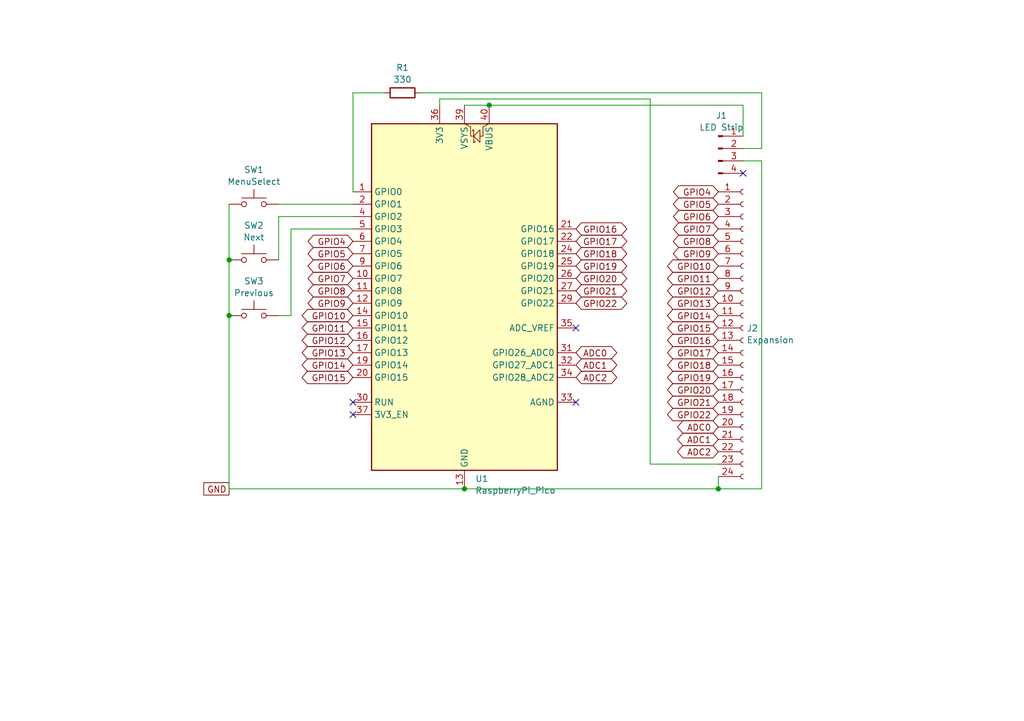
<source format=kicad_sch>
(kicad_sch (version 20230121) (generator eeschema)
  (paper "A5")
  (title_block (title "LED array controller") (date "2023-11-27") (rev "1"))
  (lib_symbols
    (symbol "Connector:Conn_01x04_Pin" (pin_names (offset 1.016) hide)
      (property "Reference" "J" (at 0 5.08 0))
      (property "Value" "Conn_01x04_Pin" (at 0 -7.62 0))
      (symbol "Conn_01x04_Pin_1_1"
        (polyline (pts (xy 1.27 -5.08) (xy 0.8636 -5.08)) (stroke (width 0.1524)))
        (polyline (pts (xy 1.27 -2.54) (xy 0.8636 -2.54)) (stroke (width 0.1524)))
        (polyline (pts (xy 1.27 0) (xy 0.8636 0)) (stroke (width 0.1524)))
        (polyline (pts (xy 1.27 2.54) (xy 0.8636 2.54)) (stroke (width 0.1524)))
        (rectangle (start 0.8636 -4.953) (end 0 -5.207) (stroke (width 0.1524)) (fill (type outline)))
        (rectangle (start 0.8636 -2.413) (end 0 -2.667) (stroke (width 0.1524)) (fill (type outline)))
        (rectangle (start 0.8636 0.127) (end 0 -0.127) (stroke (width 0.1524)) (fill (type outline)))
        (rectangle (start 0.8636 2.667) (end 0 2.413) (stroke (width 0.1524)) (fill (type outline)))
        (pin passive line (at 5.08 2.54 180) (length 3.81) (name "Pin_1") (number "1"))
        (pin passive line (at 5.08 0 180) (length 3.81) (name "Pin_2") (number "2"))
        (pin passive line (at 5.08 -2.54 180) (length 3.81) (name "Pin_3") (number "3"))
        (pin passive line (at 5.08 -5.08 180) (length 3.81) (name "Pin_4") (number "4"))
      )
    )
    (symbol "Connector:Conn_01x24_Socket" (pin_names (offset 1.016) hide)
      (property "Reference" "J" (at 0 30.48 0))
      (property "Value" "Conn_01x24_Socket" (at 0 -33.02 0))
      (symbol "Conn_01x24_Socket_1_1"
        (arc (start 0 -29.972) (mid -0.5058 -30.48) (end 0 -30.988) (stroke (width 0.1524)))
        (arc (start 0 -27.432) (mid -0.5058 -27.94) (end 0 -28.448) (stroke (width 0.1524)))
        (arc (start 0 -24.892) (mid -0.5058 -25.4) (end 0 -25.908) (stroke (width 0.1524)))
        (arc (start 0 -22.352) (mid -0.5058 -22.86) (end 0 -23.368) (stroke (width 0.1524)))
        (arc (start 0 -19.812) (mid -0.5058 -20.32) (end 0 -20.828) (stroke (width 0.1524)))
        (arc (start 0 -17.272) (mid -0.5058 -17.78) (end 0 -18.288) (stroke (width 0.1524)))
        (arc (start 0 -14.732) (mid -0.5058 -15.24) (end 0 -15.748) (stroke (width 0.1524)))
        (arc (start 0 -12.192) (mid -0.5058 -12.7) (end 0 -13.208) (stroke (width 0.1524)))
        (arc (start 0 -9.652) (mid -0.5058 -10.16) (end 0 -10.668) (stroke (width 0.1524)))
        (arc (start 0 -7.112) (mid -0.5058 -7.62) (end 0 -8.128) (stroke (width 0.1524)))
        (arc (start 0 -4.572) (mid -0.5058 -5.08) (end 0 -5.588) (stroke (width 0.1524)))
        (arc (start 0 -2.032) (mid -0.5058 -2.54) (end 0 -3.048) (stroke (width 0.1524)))
        (polyline (pts (xy -1.27 -30.48) (xy -0.508 -30.48)) (stroke (width 0.1524)))
        (polyline (pts (xy -1.27 -27.94) (xy -0.508 -27.94)) (stroke (width 0.1524)))
        (polyline (pts (xy -1.27 -25.4) (xy -0.508 -25.4)) (stroke (width 0.1524)))
        (polyline (pts (xy -1.27 -22.86) (xy -0.508 -22.86)) (stroke (width 0.1524)))
        (polyline (pts (xy -1.27 -20.32) (xy -0.508 -20.32)) (stroke (width 0.1524)))
        (polyline (pts (xy -1.27 -17.78) (xy -0.508 -17.78)) (stroke (width 0.1524)))
        (polyline (pts (xy -1.27 -15.24) (xy -0.508 -15.24)) (stroke (width 0.1524)))
        (polyline (pts (xy -1.27 -12.7) (xy -0.508 -12.7)) (stroke (width 0.1524)))
        (polyline (pts (xy -1.27 -10.16) (xy -0.508 -10.16)) (stroke (width 0.1524)))
        (polyline (pts (xy -1.27 -7.62) (xy -0.508 -7.62)) (stroke (width 0.1524)))
        (polyline (pts (xy -1.27 -5.08) (xy -0.508 -5.08)) (stroke (width 0.1524)))
        (polyline (pts (xy -1.27 -2.54) (xy -0.508 -2.54)) (stroke (width 0.1524)))
        (polyline (pts (xy -1.27 0) (xy -0.508 0)) (stroke (width 0.1524)))
        (polyline (pts (xy -1.27 2.54) (xy -0.508 2.54)) (stroke (width 0.1524)))
        (polyline (pts (xy -1.27 5.08) (xy -0.508 5.08)) (stroke (width 0.1524)))
        (polyline (pts (xy -1.27 7.62) (xy -0.508 7.62)) (stroke (width 0.1524)))
        (polyline (pts (xy -1.27 10.16) (xy -0.508 10.16)) (stroke (width 0.1524)))
        (polyline (pts (xy -1.27 12.7) (xy -0.508 12.7)) (stroke (width 0.1524)))
        (polyline (pts (xy -1.27 15.24) (xy -0.508 15.24)) (stroke (width 0.1524)))
        (polyline (pts (xy -1.27 17.78) (xy -0.508 17.78)) (stroke (width 0.1524)))
        (polyline (pts (xy -1.27 20.32) (xy -0.508 20.32)) (stroke (width 0.1524)))
        (polyline (pts (xy -1.27 22.86) (xy -0.508 22.86)) (stroke (width 0.1524)))
        (polyline (pts (xy -1.27 25.4) (xy -0.508 25.4)) (stroke (width 0.1524)))
        (polyline (pts (xy -1.27 27.94) (xy -0.508 27.94)) (stroke (width 0.1524)))
        (arc (start 0 0.508) (mid -0.5058 0) (end 0 -0.508) (stroke (width 0.1524)))
        (arc (start 0 3.048) (mid -0.5058 2.54) (end 0 2.032) (stroke (width 0.1524)))
        (arc (start 0 5.588) (mid -0.5058 5.08) (end 0 4.572) (stroke (width 0.1524)))
        (arc (start 0 8.128) (mid -0.5058 7.62) (end 0 7.112) (stroke (width 0.1524)))
        (arc (start 0 10.668) (mid -0.5058 10.16) (end 0 9.652) (stroke (width 0.1524)))
        (arc (start 0 13.208) (mid -0.5058 12.7) (end 0 12.192) (stroke (width 0.1524)))
        (arc (start 0 15.748) (mid -0.5058 15.24) (end 0 14.732) (stroke (width 0.1524)))
        (arc (start 0 18.288) (mid -0.5058 17.78) (end 0 17.272) (stroke (width 0.1524)))
        (arc (start 0 20.828) (mid -0.5058 20.32) (end 0 19.812) (stroke (width 0.1524)))
        (arc (start 0 23.368) (mid -0.5058 22.86) (end 0 22.352) (stroke (width 0.1524)))
        (arc (start 0 25.908) (mid -0.5058 25.4) (end 0 24.892) (stroke (width 0.1524)))
        (arc (start 0 28.448) (mid -0.5058 27.94) (end 0 27.432) (stroke (width 0.1524)))
        (pin passive line (at -5.08 27.94 0) (length 3.81) (name "Pin_1") (number "1"))
        (pin passive line (at -5.08 5.08 0) (length 3.81) (name "Pin_10") (number "10"))
        (pin passive line (at -5.08 2.54 0) (length 3.81) (name "Pin_11") (number "11"))
        (pin passive line (at -5.08 0 0) (length 3.81) (name "Pin_12") (number "12"))
        (pin passive line (at -5.08 -2.54 0) (length 3.81) (name "Pin_13") (number "13"))
        (pin passive line (at -5.08 -5.08 0) (length 3.81) (name "Pin_14") (number "14"))
        (pin passive line (at -5.08 -7.62 0) (length 3.81) (name "Pin_15") (number "15"))
        (pin passive line (at -5.08 -10.16 0) (length 3.81) (name "Pin_16") (number "16"))
        (pin passive line (at -5.08 -12.7 0) (length 3.81) (name "Pin_17") (number "17"))
        (pin passive line (at -5.08 -15.24 0) (length 3.81) (name "Pin_18") (number "18"))
        (pin passive line (at -5.08 -17.78 0) (length 3.81) (name "Pin_19") (number "19"))
        (pin passive line (at -5.08 25.4 0) (length 3.81) (name "Pin_2") (number "2"))
        (pin passive line (at -5.08 -20.32 0) (length 3.81) (name "Pin_20") (number "20"))
        (pin passive line (at -5.08 -22.86 0) (length 3.81) (name "Pin_21") (number "21"))
        (pin passive line (at -5.08 -25.4 0) (length 3.81) (name "Pin_22") (number "22"))
        (pin passive line (at -5.08 -27.94 0) (length 3.81) (name "Pin_23") (number "23"))
        (pin passive line (at -5.08 -30.48 0) (length 3.81) (name "Pin_24") (number "24"))
        (pin passive line (at -5.08 22.86 0) (length 3.81) (name "Pin_3") (number "3"))
        (pin passive line (at -5.08 20.32 0) (length 3.81) (name "Pin_4") (number "4"))
        (pin passive line (at -5.08 17.78 0) (length 3.81) (name "Pin_5") (number "5"))
        (pin passive line (at -5.08 15.24 0) (length 3.81) (name "Pin_6") (number "6"))
        (pin passive line (at -5.08 12.7 0) (length 3.81) (name "Pin_7") (number "7"))
        (pin passive line (at -5.08 10.16 0) (length 3.81) (name "Pin_8") (number "8"))
        (pin passive line (at -5.08 7.62 0) (length 3.81) (name "Pin_9") (number "9"))
      )
    )
    (symbol "Device:R" (pin_numbers hide) (pin_names (offset 0))
      (property "Reference" "R" (at 2.032 0 90))
      (property "Value" "R" (at 0 0 90))
      (symbol "R_0_1"
        (rectangle (start -1.016 -2.54) (end 1.016 2.54) (stroke (width 0.254)))
      )
      (symbol "R_1_1"
        (pin passive line (at 0 3.81 270) (length 1.27) (name "~") (number "1"))
        (pin passive line (at 0 -3.81 90) (length 1.27) (name "~") (number "2"))
      )
    )
    (symbol "Library:RaspberryPi_Pico"
      (property "Reference" "U" (at -19.05 38.1 0))
      (property "Value" "RaspberryPi_Pico" (at 7.62 38.1 0))
      (symbol "RaspberryPi_Pico_0_1"
        (rectangle (start -19.05 36.83) (end 19.05 -34.29) (stroke (width 0.254)) (fill (type background)))
        (polyline (pts (xy 0 36.83) (xy 1.27 36.195) (xy 1.27 34.29) (xy 1.905 34.29)))
        (polyline (pts (xy 1.905 34.29) (xy 3.175 35.56) (xy 3.175 33.02) (xy 1.905 34.29)))
        (polyline (pts (xy 5.08 36.83) (xy 3.81 36.195) (xy 3.81 34.29) (xy 3.175 34.29)))
        (polyline (pts (xy 1.651 35.306) (xy 1.651 35.56) (xy 1.905 35.56) (xy 1.905 33.02) (xy 2.159 33.02) (xy 2.159 33.274)))
      )
      (symbol "RaspberryPi_Pico_1_1"
        (pin bidirectional line (at -22.86 22.86 0) (length 3.81) (name "GPIO0") (number "1"))
        (pin bidirectional line (at -22.86 5.08 0) (length 3.81) (name "GPIO7") (number "10"))
        (pin bidirectional line (at -22.86 2.54 0) (length 3.81) (name "GPIO8") (number "11"))
        (pin bidirectional line (at -22.86 0 0) (length 3.81) (name "GPIO9") (number "12"))
        (pin power_out line (at 0 -38.1 90) (length 3.81) (name "GND") (number "13"))
        (pin bidirectional line (at -22.86 -2.54 0) (length 3.81) (name "GPIO10") (number "14"))
        (pin bidirectional line (at -22.86 -5.08 0) (length 3.81) (name "GPIO11") (number "15"))
        (pin bidirectional line (at -22.86 -7.62 0) (length 3.81) (name "GPIO12") (number "16"))
        (pin bidirectional line (at -22.86 -10.16 0) (length 3.81) (name "GPIO13") (number "17"))
        (pin passive line (at 0 -38.1 90) (length 3.81) hide (name "GND") (number "18"))
        (pin bidirectional line (at -22.86 -12.7 0) (length 3.81) (name "GPIO14") (number "19"))
        (pin bidirectional line (at -22.86 20.32 0) (length 3.81) (name "GPIO1") (number "2"))
        (pin bidirectional line (at -22.86 -15.24 0) (length 3.81) (name "GPIO15") (number "20"))
        (pin bidirectional line (at 22.86 15.24 180) (length 3.81) (name "GPIO16") (number "21"))
        (pin bidirectional line (at 22.86 12.7 180) (length 3.81) (name "GPIO17") (number "22"))
        (pin passive line (at 0 -38.1 90) (length 3.81) hide (name "GND") (number "23"))
        (pin bidirectional line (at 22.86 10.16 180) (length 3.81) (name "GPIO18") (number "24"))
        (pin bidirectional line (at 22.86 7.62 180) (length 3.81) (name "GPIO19") (number "25"))
        (pin bidirectional line (at 22.86 5.08 180) (length 3.81) (name "GPIO20") (number "26"))
        (pin bidirectional line (at 22.86 2.54 180) (length 3.81) (name "GPIO21") (number "27"))
        (pin passive line (at 0 -38.1 90) (length 3.81) hide (name "GND") (number "28"))
        (pin bidirectional line (at 22.86 0 180) (length 3.81) (name "GPIO22") (number "29"))
        (pin passive line (at 0 -38.1 90) (length 3.81) hide (name "GND") (number "3"))
        (pin input line (at -22.86 -20.32 0) (length 3.81) (name "RUN") (number "30"))
        (pin bidirectional line (at 22.86 -10.16 180) (length 3.81) (name "GPIO26_ADC0") (number "31"))
        (pin bidirectional line (at 22.86 -12.7 180) (length 3.81) (name "GPIO27_ADC1") (number "32"))
        (pin power_in line (at 22.86 -20.32 180) (length 3.81) (name "AGND") (number "33"))
        (pin bidirectional line (at 22.86 -15.24 180) (length 3.81) (name "GPIO28_ADC2") (number "34"))
        (pin power_in line (at 22.86 -5.08 180) (length 3.81) (name "ADC_VREF") (number "35"))
        (pin power_out line (at -5.08 40.64 270) (length 3.81) (name "3V3") (number "36"))
        (pin input line (at -22.86 -22.86 0) (length 3.81) (name "3V3_EN") (number "37"))
        (pin passive line (at 0 -38.1 90) (length 3.81) hide (name "GND") (number "38"))
        (pin power_in line (at 0 40.64 270) (length 3.81) (name "VSYS") (number "39"))
        (pin bidirectional line (at -22.86 17.78 0) (length 3.81) (name "GPIO2") (number "4"))
        (pin power_out line (at 5.08 40.64 270) (length 3.81) (name "VBUS") (number "40"))
        (pin bidirectional line (at -22.86 15.24 0) (length 3.81) (name "GPIO3") (number "5"))
        (pin bidirectional line (at -22.86 12.7 0) (length 3.81) (name "GPIO4") (number "6"))
        (pin bidirectional line (at -22.86 10.16 0) (length 3.81) (name "GPIO5") (number "7"))
        (pin passive line (at 0 -38.1 90) (length 3.81) hide (name "GND") (number "8"))
        (pin bidirectional line (at -22.86 7.62 0) (length 3.81) (name "GPIO6") (number "9"))
      )
    )
    (symbol "Switch:SW_Push" (pin_numbers hide) (pin_names (offset 1.016) hide)
      (property "Reference" "SW" (at 1.27 2.54 0))
      (property "Value" "SW_Push" (at 0 -1.524 0))
      (symbol "SW_Push_0_1"
        (circle (center -2.032 0) (radius 0.508))
        (polyline (pts (xy 0 1.27) (xy 0 3.048)))
        (polyline (pts (xy 2.54 1.27) (xy -2.54 1.27)))
        (circle (center 2.032 0) (radius 0.508))
        (pin passive line (at -5.08 0 0) (length 2.54) (name "1") (number "1"))
        (pin passive line (at 5.08 0 180) (length 2.54) (name "2") (number "2"))
      )
    )
  )
  (junction (at 95.25 100.33))
  (junction (at 147.32 100.33))
  (junction (at 100.33 21.59))
  (junction (at 46.99 64.77))
  (junction (at 46.99 53.34))
  (no_connect (at 72.39 82.55))
  (no_connect (at 118.11 82.55))
  (no_connect (at 72.39 85.09))
  (no_connect (at 118.11 67.31))
  (no_connect (at 152.4 35.56))
  (wire (pts (xy 133.35 95.25) (xy 147.32 95.25)))
  (wire (pts (xy 86.36 19.05) (xy 156.21 19.05)))
  (wire (pts (xy 46.99 53.34) (xy 46.99 64.77)))
  (wire (pts (xy 72.39 44.45) (xy 57.15 44.45)))
  (wire (pts (xy 156.21 33.02) (xy 152.4 33.02)))
  (wire (pts (xy 156.21 100.33) (xy 156.21 33.02)))
  (wire (pts (xy 133.35 20.32) (xy 133.35 95.25)))
  (wire (pts (xy 46.99 64.77) (xy 46.99 100.33)))
  (wire (pts (xy 90.17 21.59) (xy 90.17 20.32)))
  (wire (pts (xy 156.21 19.05) (xy 156.21 30.48)))
  (wire (pts (xy 57.15 41.91) (xy 72.39 41.91)))
  (wire (pts (xy 46.99 100.33) (xy 95.25 100.33)))
  (wire (pts (xy 72.39 19.05) (xy 78.74 19.05)))
  (wire (pts (xy 46.99 41.91) (xy 46.99 53.34)))
  (wire (pts (xy 59.69 46.99) (xy 59.69 64.77)))
  (wire (pts (xy 95.25 100.33) (xy 147.32 100.33)))
  (wire (pts (xy 90.17 20.32) (xy 133.35 20.32)))
  (wire (pts (xy 95.25 21.59) (xy 100.33 21.59)))
  (wire (pts (xy 72.39 46.99) (xy 59.69 46.99)))
  (wire (pts (xy 59.69 64.77) (xy 57.15 64.77)))
  (wire (pts (xy 72.39 39.37) (xy 72.39 19.05)))
  (wire (pts (xy 147.32 97.79) (xy 147.32 100.33)))
  (wire (pts (xy 156.21 30.48) (xy 152.4 30.48)))
  (wire (pts (xy 57.15 44.45) (xy 57.15 53.34)))
  (wire (pts (xy 152.4 21.59) (xy 152.4 27.94)))
  (wire (pts (xy 147.32 100.33) (xy 156.21 100.33)))
  (wire (pts (xy 100.33 21.59) (xy 152.4 21.59)))
  (global_label "GPIO9" (shape bidirectional) (at 72.39 62.23 180) (property "Intersheetrefs" "${INTERSHEET_REFS}" (effects hide)))
  (global_label "GPIO11" (shape bidirectional) (at 147.32 57.15 180) (property "Intersheetrefs" "${INTERSHEET_REFS}" (effects hide)))
  (global_label "GPIO21" (shape bidirectional) (at 147.32 82.55 180) (property "Intersheetrefs" "${INTERSHEET_REFS}" (effects hide)))
  (global_label "GPIO15" (shape bidirectional) (at 72.39 77.47 180) (property "Intersheetrefs" "${INTERSHEET_REFS}" (effects hide)))
  (global_label "GPIO17" (shape bidirectional) (at 118.11 49.53 0) (property "Intersheetrefs" "${INTERSHEET_REFS}" (effects hide)))
  (global_label "GPIO18" (shape bidirectional) (at 147.32 74.93 180) (property "Intersheetrefs" "${INTERSHEET_REFS}" (effects hide)))
  (global_label "GPIO22" (shape bidirectional) (at 118.11 62.23 0) (property "Intersheetrefs" "${INTERSHEET_REFS}" (effects hide)))
  (global_label "GPIO19" (shape bidirectional) (at 118.11 54.61 0) (property "Intersheetrefs" "${INTERSHEET_REFS}" (effects hide)))
  (global_label "GPIO6" (shape bidirectional) (at 147.32 44.45 180) (property "Intersheetrefs" "${INTERSHEET_REFS}" (effects hide)))
  (global_label "GPIO10" (shape bidirectional) (at 72.39 64.77 180) (property "Intersheetrefs" "${INTERSHEET_REFS}" (effects hide)))
  (global_label "GPIO16" (shape bidirectional) (at 147.32 69.85 180) (property "Intersheetrefs" "${INTERSHEET_REFS}" (effects hide)))
  (global_label "GPIO5" (shape bidirectional) (at 147.32 41.91 180) (property "Intersheetrefs" "${INTERSHEET_REFS}" (effects hide)))
  (global_label "GPIO12" (shape bidirectional) (at 147.32 59.69 180) (property "Intersheetrefs" "${INTERSHEET_REFS}" (effects hide)))
  (global_label "GND" (shape passive) (at 46.99 100.33 180) (property "Intersheetrefs" "${INTERSHEET_REFS}" (effects hide)))
  (global_label "GPIO8" (shape bidirectional) (at 147.32 49.53 180) (property "Intersheetrefs" "${INTERSHEET_REFS}" (effects hide)))
  (global_label "GPIO4" (shape bidirectional) (at 147.32 39.37 180) (property "Intersheetrefs" "${INTERSHEET_REFS}" (effects hide)))
  (global_label "GPIO12" (shape bidirectional) (at 72.39 69.85 180) (property "Intersheetrefs" "${INTERSHEET_REFS}" (effects hide)))
  (global_label "ADC2" (shape bidirectional) (at 118.11 77.47 0) (property "Intersheetrefs" "${INTERSHEET_REFS}" (effects hide)))
  (global_label "GPIO14" (shape bidirectional) (at 72.39 74.93 180) (property "Intersheetrefs" "${INTERSHEET_REFS}" (effects hide)))
  (global_label "ADC0" (shape bidirectional) (at 118.11 72.39 0) (property "Intersheetrefs" "${INTERSHEET_REFS}" (effects hide)))
  (global_label "GPIO16" (shape bidirectional) (at 118.11 46.99 0) (property "Intersheetrefs" "${INTERSHEET_REFS}" (effects hide)))
  (global_label "GPIO7" (shape bidirectional) (at 147.32 46.99 180) (property "Intersheetrefs" "${INTERSHEET_REFS}" (effects hide)))
  (global_label "GPIO9" (shape bidirectional) (at 147.32 52.07 180) (property "Intersheetrefs" "${INTERSHEET_REFS}" (effects hide)))
  (global_label "GPIO13" (shape bidirectional) (at 72.39 72.39 180) (property "Intersheetrefs" "${INTERSHEET_REFS}" (effects hide)))
  (global_label "GPIO18" (shape bidirectional) (at 118.11 52.07 0) (property "Intersheetrefs" "${INTERSHEET_REFS}" (effects hide)))
  (global_label "GPIO13" (shape bidirectional) (at 147.32 62.23 180) (property "Intersheetrefs" "${INTERSHEET_REFS}" (effects hide)))
  (global_label "GPIO6" (shape bidirectional) (at 72.39 54.61 180) (property "Intersheetrefs" "${INTERSHEET_REFS}" (effects hide)))
  (global_label "GPIO4" (shape bidirectional) (at 72.39 49.53 180) (property "Intersheetrefs" "${INTERSHEET_REFS}" (effects hide)))
  (global_label "GPIO20" (shape bidirectional) (at 118.11 57.15 0) (property "Intersheetrefs" "${INTERSHEET_REFS}" (effects hide)))
  (global_label "GPIO21" (shape bidirectional) (at 118.11 59.69 0) (property "Intersheetrefs" "${INTERSHEET_REFS}" (effects hide)))
  (global_label "ADC1" (shape bidirectional) (at 147.32 90.17 180) (property "Intersheetrefs" "${INTERSHEET_REFS}" (effects hide)))
  (global_label "GPIO8" (shape bidirectional) (at 72.39 59.69 180) (property "Intersheetrefs" "${INTERSHEET_REFS}" (effects hide)))
  (global_label "ADC1" (shape bidirectional) (at 118.11 74.93 0) (property "Intersheetrefs" "${INTERSHEET_REFS}" (effects hide)))
  (global_label "GPIO15" (shape bidirectional) (at 147.32 67.31 180) (property "Intersheetrefs" "${INTERSHEET_REFS}" (effects hide)))
  (global_label "GPIO17" (shape bidirectional) (at 147.32 72.39 180) (property "Intersheetrefs" "${INTERSHEET_REFS}" (effects hide)))
  (global_label "ADC2" (shape bidirectional) (at 147.32 92.71 180) (property "Intersheetrefs" "${INTERSHEET_REFS}" (effects hide)))
  (global_label "GPIO22" (shape bidirectional) (at 147.32 85.09 180) (property "Intersheetrefs" "${INTERSHEET_REFS}" (effects hide)))
  (global_label "GPIO11" (shape bidirectional) (at 72.39 67.31 180) (property "Intersheetrefs" "${INTERSHEET_REFS}" (effects hide)))
  (global_label "ADC0" (shape bidirectional) (at 147.32 87.63 180) (property "Intersheetrefs" "${INTERSHEET_REFS}" (effects hide)))
  (global_label "GPIO10" (shape bidirectional) (at 147.32 54.61 180) (property "Intersheetrefs" "${INTERSHEET_REFS}" (effects hide)))
  (global_label "GPIO19" (shape bidirectional) (at 147.32 77.47 180) (property "Intersheetrefs" "${INTERSHEET_REFS}" (effects hide)))
  (global_label "GPIO7" (shape bidirectional) (at 72.39 57.15 180) (property "Intersheetrefs" "${INTERSHEET_REFS}" (effects hide)))
  (global_label "GPIO14" (shape bidirectional) (at 147.32 64.77 180) (property "Intersheetrefs" "${INTERSHEET_REFS}" (effects hide)))
  (global_label "GPIO20" (shape bidirectional) (at 147.32 80.01 180) (property "Intersheetrefs" "${INTERSHEET_REFS}" (effects hide)))
  (global_label "GPIO5" (shape bidirectional) (at 72.39 52.07 180) (property "Intersheetrefs" "${INTERSHEET_REFS}" (effects hide)))
  (symbol (lib_id "Switch:SW_Push") (at 52.07 41.91 0) (unit 1)
    (property "Reference" "SW1" (at 52.07 34.8447 0))
    (property "Value" "MenuSelect" (at 52.07 37.2689 0))
    (property "Footprint" "Button_Switch_THT:SW_PUSH_6mm" (effects hide))
  )
  (symbol (lib_id "Device:R") (at 82.55 19.05 90) (unit 1)
    (property "Reference" "R1" (at 82.55 13.8897 90))
    (property "Value" "330" (at 82.55 16.3139 90))
    (property "Footprint" "Resistor_THT:R_Axial_DIN0207_L6.3mm_D2.5mm_P7.62mm_Horizontal" (effects hide))
  )
  (symbol (lib_id "Switch:SW_Push") (at 52.07 53.34 0) (unit 1)
    (property "Reference" "SW2" (at 52.07 46.2747 0))
    (property "Value" "Next" (at 52.07 48.6989 0))
    (property "Footprint" "Button_Switch_THT:SW_PUSH_6mm" (effects hide))
  )
  (symbol (lib_id "Connector:Conn_01x04_Pin") (at 147.32 30.48 0) (unit 1)
    (property "Reference" "J1" (at 147.955 23.7195 0))
    (property "Value" "LED Strip" (at 147.955 26.1437 0))
    (property "Footprint" "Library:Connector_1x04-1MP_P1.0mm_Horizontal" (effects hide))
  )
  (symbol (lib_id "Connector:Conn_01x24_Socket") (at 152.4 67.31 0) (unit 1)
    (property "Reference" "J2" (at 153.1112 67.3679 0) (effects (justify left)))
    (property "Value" "Expansion" (at 153.1112 69.7921 0) (effects (justify left)))
    (property "Footprint" "Connector_PinSocket_2.54mm:PinSocket_1x24_P2.54mm_Horizontal" (effects hide))
  )
  (symbol (lib_id "Library:RaspberryPi_Pico") (at 95.25 62.23 0) (unit 1)
    (property "Reference" "U1" (at 97.4441 98.2401 0) (effects (justify left)))
    (property "Value" "RaspberryPi_Pico" (at 97.4441 100.6643 0) (effects (justify left)))
    (property "Footprint" "Library:RaspberryPi_Pico_W_SMD_MountingHoles_Castellated_HandSolder" (effects hide))
    (property "Datasheet" "https://datasheets.raspberrypi.com/pico/pico-datasheet.pdf" (effects hide))
  )
  (symbol (lib_id "Switch:SW_Push") (at 52.07 64.77 0) (unit 1)
    (property "Reference" "SW3" (at 52.07 57.7047 0))
    (property "Value" "Previous" (at 52.07 60.1289 0))
    (property "Footprint" "Button_Switch_THT:SW_PUSH_6mm" (effects hide))
  )
)
</source>
